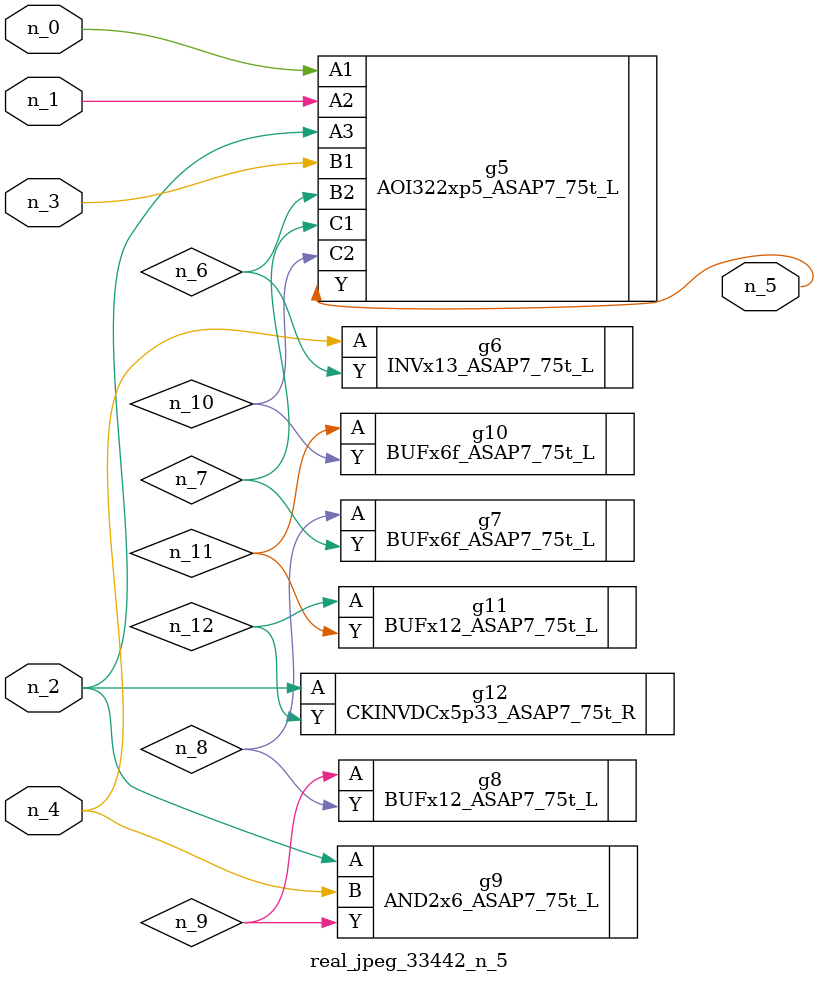
<source format=v>
module real_jpeg_33442_n_5 (n_4, n_0, n_1, n_2, n_3, n_5);

input n_4;
input n_0;
input n_1;
input n_2;
input n_3;

output n_5;

wire n_12;
wire n_8;
wire n_11;
wire n_6;
wire n_7;
wire n_10;
wire n_9;

AOI322xp5_ASAP7_75t_L g5 ( 
.A1(n_0),
.A2(n_1),
.A3(n_2),
.B1(n_3),
.B2(n_6),
.C1(n_7),
.C2(n_10),
.Y(n_5)
);

AND2x6_ASAP7_75t_L g9 ( 
.A(n_2),
.B(n_4),
.Y(n_9)
);

CKINVDCx5p33_ASAP7_75t_R g12 ( 
.A(n_2),
.Y(n_12)
);

INVx13_ASAP7_75t_L g6 ( 
.A(n_4),
.Y(n_6)
);

BUFx6f_ASAP7_75t_L g7 ( 
.A(n_8),
.Y(n_7)
);

BUFx12_ASAP7_75t_L g8 ( 
.A(n_9),
.Y(n_8)
);

BUFx6f_ASAP7_75t_L g10 ( 
.A(n_11),
.Y(n_10)
);

BUFx12_ASAP7_75t_L g11 ( 
.A(n_12),
.Y(n_11)
);


endmodule
</source>
